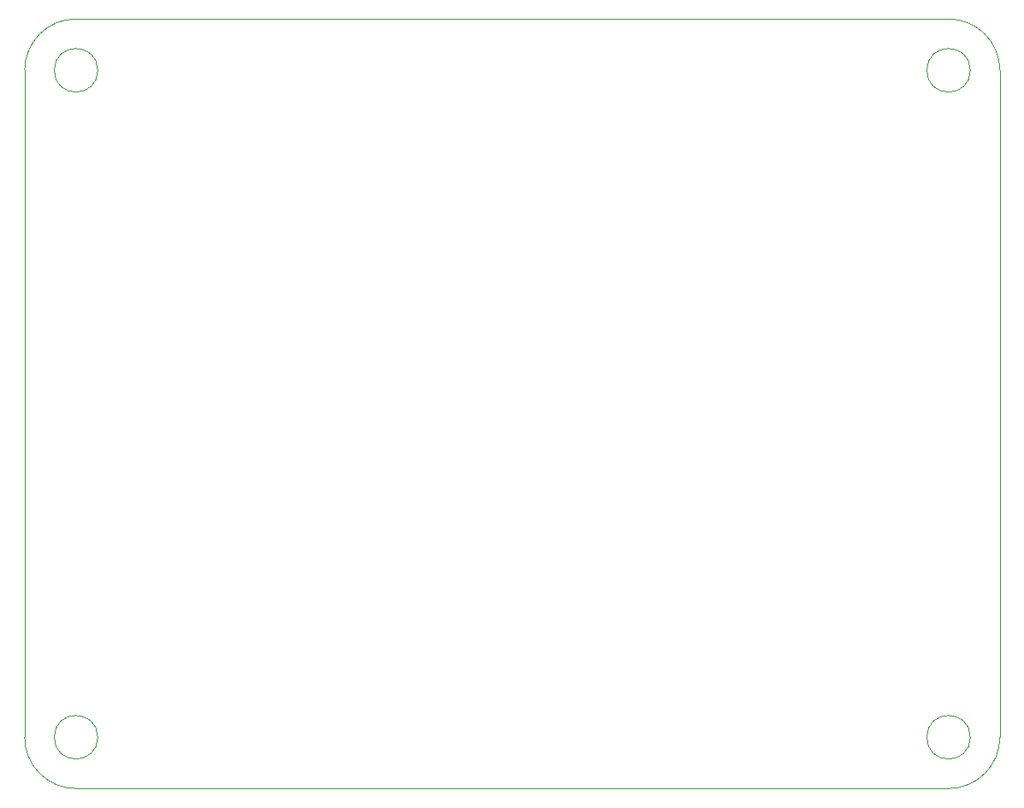
<source format=gbr>
%TF.GenerationSoftware,KiCad,Pcbnew,5.1.9-73d0e3b20d~88~ubuntu20.04.1*%
%TF.CreationDate,2021-02-26T13:03:21-08:00*%
%TF.ProjectId,TeensyMonitorV5,5465656e-7379-44d6-9f6e-69746f725635,rev?*%
%TF.SameCoordinates,Original*%
%TF.FileFunction,Profile,NP*%
%FSLAX46Y46*%
G04 Gerber Fmt 4.6, Leading zero omitted, Abs format (unit mm)*
G04 Created by KiCad (PCBNEW 5.1.9-73d0e3b20d~88~ubuntu20.04.1) date 2021-02-26 13:03:21*
%MOMM*%
%LPD*%
G01*
G04 APERTURE LIST*
%TA.AperFunction,Profile*%
%ADD10C,0.050000*%
%TD*%
G04 APERTURE END LIST*
D10*
X70735261Y-83820000D02*
G75*
G03*
X70735261Y-83820000I-2155261J0D01*
G01*
X157095261Y-83820000D02*
G75*
G03*
X157095261Y-83820000I-2155261J0D01*
G01*
X157095261Y-17780000D02*
G75*
G03*
X157095261Y-17780000I-2155261J0D01*
G01*
X70735261Y-17780000D02*
G75*
G03*
X70735261Y-17780000I-2155261J0D01*
G01*
X160020000Y-83820000D02*
G75*
G02*
X154940000Y-88900000I-5080000J0D01*
G01*
X68580000Y-88900000D02*
G75*
G02*
X63500000Y-83820000I0J5080000D01*
G01*
X63500000Y-17780000D02*
G75*
G02*
X68580000Y-12700000I5080000J0D01*
G01*
X154940000Y-12700000D02*
G75*
G02*
X160020000Y-17780000I0J-5080000D01*
G01*
X68580000Y-12700000D02*
X154940000Y-12700000D01*
X63500000Y-17780000D02*
X63500000Y-17780000D01*
X63500000Y-17780000D02*
X63500000Y-83820000D01*
X160020000Y-83820000D02*
X160020000Y-17780000D01*
X68580000Y-88900000D02*
X154940000Y-88900000D01*
M02*

</source>
